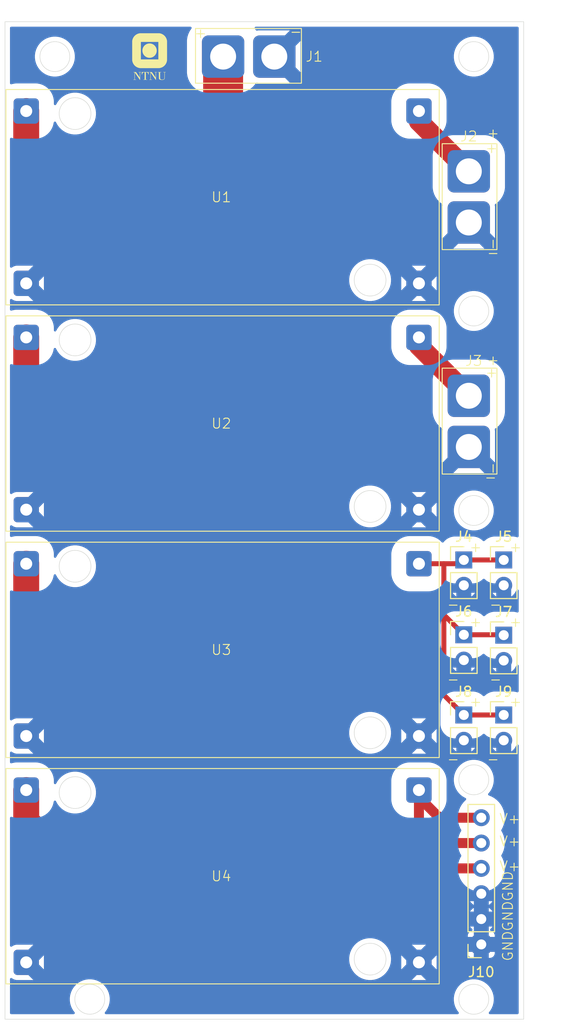
<source format=kicad_pcb>
(kicad_pcb (version 20241229) (generator "pcbnew") (generator_version "9.0")
  (layers (0 "F.Cu" signal) (2 "B.Cu" signal) (13 "F.Paste" user) (15 "B.Paste" user) (5 "F.SilkS" user "F.Silkscreen") (7 "B.SilkS" user "B.Silkscreen") (1 "F.Mask" user) (3 "B.Mask" user) (25 "Edge.Cuts" user))
  (net 0 "")
  (net 1 "Net-(J4-Pin_1)")
  (net 2 "Net-(J10-Pin_4)")
  (net 3 "Net-(J1-+V)")
  (net 4 "Net-(J2-+V)")
  (net 5 "Net-(J3-+V)")
  (net 6 "GND")
  (footprint "Connector_PinHeader_2.54mm:PinHeader_1x02_P2.54mm_Vertical" (layer "F.Cu") (at 150.5 96.96)
    (property "Reference" "J6" (at 0 -2.33 0) (layer "F.SilkS"))
    (property "Value" "Conn_01x02_Pin")
    (fp_line (start -1.33 -1.33) (end 0 -1.33) (stroke (width 0.12)) (layer "F.SilkS"))
    (fp_line (start -1.33 0) (end -1.33 -1.33) (stroke (width 0.12)) (layer "F.SilkS"))
    (fp_line (start -1.33 1.27) (end -1.33 3.87) (stroke (width 0.12)) (layer "F.SilkS"))
    (fp_line (start -1.33 1.27) (end 1.33 1.27) (stroke (width 0.12)) (layer "F.SilkS"))
    (fp_line (start -1.33 3.87) (end 1.33 3.87) (stroke (width 0.12)) (layer "F.SilkS"))
    (fp_line (start 1.33 1.27) (end 1.33 3.87) (stroke (width 0.12)) (layer "F.SilkS"))
    (pad "1" thru_hole rect (at 0 0) (size 1.7 1.7) (drill 1) (layers "*.Cu" "*.Mask") (net 1 "Net-(J4-Pin_1)"))
    (pad "2" thru_hole oval (at 0 2.54) (size 1.7 1.7) (drill 1) (layers "*.Cu" "*.Mask") (net 6 "GND"))
  )
  (footprint "Buck_Converter:Buck" (layer "F.Cu") (at 126.188 53.094)
    (property "Reference" "U1" (at 0 0 0) (layer "F.SilkS") (effects (font (thickness 0.1))))
    (property "Value" "~")
    (fp_rect (start -21.59 -10.795) (end 21.844 10.795) (stroke (width 0.1)) (fill no) (layer "F.SilkS"))
    (fp_circle (center -14.662221 -8.382) (end -16.228264 -8.678043) (stroke (width 0.05)) (fill no) (layer "Edge.Cuts"))
    (fp_circle (center 14.916359 8.312359) (end 13.392359 8.778316) (stroke (width 0.05)) (fill no) (layer "Edge.Cuts"))
    (pad "1" thru_hole roundrect (at -19.558 -8.636) (size 2.54 2.54) (drill 1.2) (layers "*.Cu" "*.Mask") (roundrect_rratio 0.15) (net 3 "Net-(J1-+V)"))
    (pad "2" thru_hole roundrect (at -19.558 8.636) (size 2.54 2.54) (drill 1.2) (layers "*.Cu" "*.Mask") (roundrect_rratio 0.15) (net 6 "GND"))
    (pad "3" thru_hole roundrect (at 19.812 -8.636) (size 2.54 2.54) (drill 1.2) (layers "*.Cu" "*.Mask") (roundrect_rratio 0.15) (net 4 "Net-(J2-+V)"))
    (pad "4" thru_hole roundrect (at 19.812 8.636) (size 2.54 2.54) (drill 1.2) (layers "*.Cu" "*.Mask") (roundrect_rratio 0.15) (net 6 "GND"))
  )
  (footprint "Connector_PinHeader_2.54mm:PinHeader_1x02_P2.54mm_Vertical" (layer "F.Cu") (at 154.5 89.46)
    (property "Reference" "J5" (at 0 -2.33 0) (layer "F.SilkS"))
    (property "Value" "Conn_01x02_Pin")
    (fp_line (start -1.33 -1.33) (end 0 -1.33) (stroke (width 0.12)) (layer "F.SilkS"))
    (fp_line (start -1.33 0) (end -1.33 -1.33) (stroke (width 0.12)) (layer "F.SilkS"))
    (fp_line (start -1.33 1.27) (end -1.33 3.87) (stroke (width 0.12)) (layer "F.SilkS"))
    (fp_line (start -1.33 1.27) (end 1.33 1.27) (stroke (width 0.12)) (layer "F.SilkS"))
    (fp_line (start -1.33 3.87) (end 1.33 3.87) (stroke (width 0.12)) (layer "F.SilkS"))
    (fp_line (start 1.33 1.27) (end 1.33 3.87) (stroke (width 0.12)) (layer "F.SilkS"))
    (pad "1" thru_hole rect (at 0 0) (size 1.7 1.7) (drill 1) (layers "*.Cu" "*.Mask") (net 1 "Net-(J4-Pin_1)"))
    (pad "2" thru_hole oval (at 0 2.54) (size 1.7 1.7) (drill 1) (layers "*.Cu" "*.Mask") (net 6 "GND"))
  )
  (footprint "Connector_PinHeader_2.54mm:PinHeader_1x02_P2.54mm_Vertical" (layer "F.Cu") (at 154.5 105)
    (property "Reference" "J9" (at 0 -2.33 0) (layer "F.SilkS"))
    (property "Value" "Conn_01x02_Pin")
    (fp_line (start -1.33 -1.33) (end 0 -1.33) (stroke (width 0.12)) (layer "F.SilkS"))
    (fp_line (start -1.33 0) (end -1.33 -1.33) (stroke (width 0.12)) (layer "F.SilkS"))
    (fp_line (start -1.33 1.27) (end -1.33 3.87) (stroke (width 0.12)) (layer "F.SilkS"))
    (fp_line (start -1.33 1.27) (end 1.33 1.27) (stroke (width 0.12)) (layer "F.SilkS"))
    (fp_line (start -1.33 3.87) (end 1.33 3.87) (stroke (width 0.12)) (layer "F.SilkS"))
    (fp_line (start 1.33 1.27) (end 1.33 3.87) (stroke (width 0.12)) (layer "F.SilkS"))
    (pad "1" thru_hole rect (at 0 0) (size 1.7 1.7) (drill 1) (layers "*.Cu" "*.Mask") (net 1 "Net-(J4-Pin_1)"))
    (pad "2" thru_hole oval (at 0 2.54) (size 1.7 1.7) (drill 1) (layers "*.Cu" "*.Mask") (net 6 "GND"))
  )
  (footprint "Buck_Converter:Buck" (layer "F.Cu") (at 126.188 75.784)
    (property "Reference" "U2" (at 0 0 0) (layer "F.SilkS") (effects (font (thickness 0.1))))
    (property "Value" "~")
    (fp_rect (start -21.59 -10.795) (end 21.844 10.795) (stroke (width 0.1)) (fill no) (layer "F.SilkS"))
    (fp_circle (center -14.662221 -8.382) (end -16.228264 -8.678043) (stroke (width 0.05)) (fill no) (layer "Edge.Cuts"))
    (fp_circle (center 14.916359 8.312359) (end 13.392359 8.778316) (stroke (width 0.05)) (fill no) (layer "Edge.Cuts"))
    (pad "1" thru_hole roundrect (at -19.558 -8.636) (size 2.54 2.54) (drill 1.2) (layers "*.Cu" "*.Mask") (roundrect_rratio 0.15) (net 3 "Net-(J1-+V)"))
    (pad "2" thru_hole roundrect (at -19.558 8.636) (size 2.54 2.54) (drill 1.2) (layers "*.Cu" "*.Mask") (roundrect_rratio 0.15) (net 6 "GND"))
    (pad "3" thru_hole roundrect (at 19.812 -8.636) (size 2.54 2.54) (drill 1.2) (layers "*.Cu" "*.Mask") (roundrect_rratio 0.15) (net 5 "Net-(J3-+V)"))
    (pad "4" thru_hole roundrect (at 19.812 8.636) (size 2.54 2.54) (drill 1.2) (layers "*.Cu" "*.Mask") (roundrect_rratio 0.15) (net 6 "GND"))
  )
  (footprint "Buck_Converter:XT30" (layer "F.Cu") (at 151 53.1416 -90)
    (property "Reference" "J2" (at -6.1416 0 0) (layer "F.SilkS") (effects (font (thickness 0.1))))
    (property "Value" "~")
    (fp_rect (start -5.4102 -2.8194) (end 5.207 2.667) (stroke (width 0.1)) (fill no) (layer "F.SilkS"))
    (fp_text user "+" (at -5.588 -1.778 270) (layer "F.SilkS") (effects (font (thickness 0.1)) (justify left bottom)))
    (fp_text user "-" (at 3.9624 -1.9304 270) (layer "F.SilkS") (effects (font (thickness 0.1)) (justify left bottom)))
    (pad "1" thru_hole roundrect (at -2.6416 0 270) (size 4.25 4.25) (drill 2.6) (layers "*.Cu" "*.Mask") (roundrect_rratio 0.15) (net 4 "Net-(J2-+V)"))
    (pad "2" thru_hole roundrect (at 2.4892 0 270) (size 4.25 4.25) (drill 2.6) (layers "*.Cu" "*.Mask") (roundrect_rratio 0.15) (net 6 "GND"))
  )
  (footprint "Buck_Converter:XT30" (layer "F.Cu") (at 129.0108 39)
    (property "Reference" "J1" (at 6.4892 0 0) (layer "F.SilkS") (effects (font (thickness 0.1))))
    (property "Value" "~")
    (fp_rect (start -5.4102 -2.8194) (end 5.207 2.667) (stroke (width 0.1)) (fill no) (layer "F.SilkS"))
    (fp_text user "+" (at -5.588 -1.778 0) (layer "F.SilkS") (effects (font (thickness 0.1)) (justify left bottom)))
    (fp_text user "-" (at 3.9624 -1.9304 0) (layer "F.SilkS") (effects (font (thickness 0.1)) (justify left bottom)))
    (pad "1" thru_hole roundrect (at -2.6416 0) (size 4.25 4.25) (drill 2.6) (layers "*.Cu" "*.Mask") (roundrect_rratio 0.15) (net 3 "Net-(J1-+V)"))
    (pad "2" thru_hole roundrect (at 2.4892 0) (size 4.25 4.25) (drill 2.6) (layers "*.Cu" "*.Mask") (roundrect_rratio 0.15) (net 6 "GND"))
  )
  (footprint "Buck_Converter:XT30" (layer "F.Cu") (at 151 75.6416 -90)
    (property "Reference" "J3" (at -6.1416 -0.5 0) (layer "F.SilkS") (effects (font (thickness 0.1))))
    (property "Value" "~")
    (fp_rect (start -5.4102 -2.8194) (end 5.207 2.667) (stroke (width 0.1)) (fill no) (layer "F.SilkS"))
    (fp_text user "-" (at 3.9624 -1.9304 270) (layer "F.SilkS") (effects (font (thickness 0.1)) (justify left bottom)))
    (fp_text user "+" (at -5.588 -1.778 270) (layer "F.SilkS") (effects (font (thickness 0.1)) (justify left bottom)))
    (pad "1" thru_hole roundrect (at -2.6416 0 270) (size 4.25 4.25) (drill 2.6) (layers "*.Cu" "*.Mask") (roundrect_rratio 0.15) (net 5 "Net-(J3-+V)"))
    (pad "2" thru_hole roundrect (at 2.4892 0 270) (size 4.25 4.25) (drill 2.6) (layers "*.Cu" "*.Mask") (roundrect_rratio 0.15) (net 6 "GND"))
  )
  (footprint "Connector_PinHeader_2.54mm:PinHeader_1x02_P2.54mm_Vertical" (layer "F.Cu") (at 150.5 105)
    (property "Reference" "J8" (at 0 -2.33 0) (layer "F.SilkS"))
    (property "Value" "Conn_01x02_Pin")
    (fp_line (start -1.33 -1.33) (end 0 -1.33) (stroke (width 0.12)) (layer "F.SilkS"))
    (fp_line (start -1.33 0) (end -1.33 -1.33) (stroke (width 0.12)) (layer "F.SilkS"))
    (fp_line (start -1.33 1.27) (end -1.33 3.87) (stroke (width 0.12)) (layer "F.SilkS"))
    (fp_line (start -1.33 1.27) (end 1.33 1.27) (stroke (width 0.12)) (layer "F.SilkS"))
    (fp_line (start -1.33 3.87) (end 1.33 3.87) (stroke (width 0.12)) (layer "F.SilkS"))
    (fp_line (start 1.33 1.27) (end 1.33 3.87) (stroke (width 0.12)) (layer "F.SilkS"))
    (pad "1" thru_hole rect (at 0 0) (size 1.7 1.7) (drill 1) (layers "*.Cu" "*.Mask") (net 1 "Net-(J4-Pin_1)"))
    (pad "2" thru_hole oval (at 0 2.54) (size 1.7 1.7) (drill 1) (layers "*.Cu" "*.Mask") (net 6 "GND"))
  )
  (footprint "Buck_Converter:Buck" (layer "F.Cu") (at 126.188 98.474)
    (property "Reference" "U3" (at 0 0 0) (layer "F.SilkS") (effects (font (thickness 0.1))))
    (property "Value" "~")
    (fp_rect (start -21.59 -10.795) (end 21.844 10.795) (stroke (width 0.1)) (fill no) (layer "F.SilkS"))
    (fp_circle (center -14.662221 -8.382) (end -16.228264 -8.678043) (stroke (width 0.05)) (fill no) (layer "Edge.Cuts"))
    (fp_circle (center 14.916359 8.312359) (end 13.392359 8.778316) (stroke (width 0.05)) (fill no) (layer "Edge.Cuts"))
    (pad "1" thru_hole roundrect (at -19.558 -8.636) (size 2.54 2.54) (drill 1.2) (layers "*.Cu" "*.Mask") (roundrect_rratio 0.15) (net 3 "Net-(J1-+V)"))
    (pad "2" thru_hole roundrect (at -19.558 8.636) (size 2.54 2.54) (drill 1.2) (layers "*.Cu" "*.Mask") (roundrect_rratio 0.15) (net 6 "GND"))
    (pad "3" thru_hole roundrect (at 19.812 -8.636) (size 2.54 2.54) (drill 1.2) (layers "*.Cu" "*.Mask") (roundrect_rratio 0.15) (net 1 "Net-(J4-Pin_1)"))
    (pad "4" thru_hole roundrect (at 19.812 8.636) (size 2.54 2.54) (drill 1.2) (layers "*.Cu" "*.Mask") (roundrect_rratio 0.15) (net 6 "GND"))
  )
  (footprint "Buck_Converter:Buck" (layer "F.Cu") (at 126.188 121.164)
    (property "Reference" "U4" (at 0 0 0) (layer "F.SilkS") (effects (font (thickness 0.1))))
    (property "Value" "~")
    (fp_rect (start -21.59 -10.795) (end 21.844 10.795) (stroke (width 0.1)) (fill no) (layer "F.SilkS"))
    (fp_circle (center -14.662221 -8.382) (end -16.228264 -8.678043) (stroke (width 0.05)) (fill no) (layer "Edge.Cuts"))
    (fp_circle (center 14.916359 8.312359) (end 13.392359 8.778316) (stroke (width 0.05)) (fill no) (layer "Edge.Cuts"))
    (pad "1" thru_hole roundrect (at -19.558 -8.636) (size 2.54 2.54) (drill 1.2) (layers "*.Cu" "*.Mask") (roundrect_rratio 0.15) (net 3 "Net-(J1-+V)"))
    (pad "2" thru_hole roundrect (at -19.558 8.636) (size 2.54 2.54) (drill 1.2) (layers "*.Cu" "*.Mask") (roundrect_rratio 0.15) (net 6 "GND"))
    (pad "3" thru_hole roundrect (at 19.812 -8.636) (size 2.54 2.54) (drill 1.2) (layers "*.Cu" "*.Mask") (roundrect_rratio 0.15) (net 2 "Net-(J10-Pin_4)"))
    (pad "4" thru_hole roundrect (at 19.812 8.636) (size 2.54 2.54) (drill 1.2) (layers "*.Cu" "*.Mask") (roundrect_rratio 0.15) (net 6 "GND"))
  )
  (footprint "LOGO" (layer "F.Cu") (at 119 39)
    (property "Reference" "G***" (hide yes))
    (property "Value" "LOGO" (hide yes))
    (fp_poly (pts (xy -0.092858 1.674999) (xy -0.092858 1.801785) (xy -0.110553 1.801785) (xy -0.128248 1.801785) (xy -0.13017 1.788392) (xy -0.138428 1.743982) (xy -0.149666 1.704516) (xy -0.163691 1.670484) (xy -0.180311 1.642376) (xy -0.194071 1.625779) (xy -0.209865 1.611553) (xy -0.226856 1.600697) (xy -0.246192 1.592858) (xy -0.269021 1.587685) (xy -0.296492 1.584826) (xy -0.329751 1.583928) (xy -0.330533 1.583928) (xy -0.378572 1.583928) (xy -0.378572 1.942857) (xy -0.378572 2.301785) (xy -0.317858 2.301785) (xy -0.257143 2.301785) (xy -0.257143 2.316071) (xy -0.257143 2.330357) (xy -0.441072 2.330357) (xy -0.625 2.330357) (xy -0.625 2.316071) (xy -0.625 2.301785) (xy -0.564286 2.301785) (xy -0.503572 2.301785) (xy -0.503572 1.942496) (xy -0.503572 1.583208) (xy -0.563476 1.584461) (xy -0.585518 1.584959) (xy -0.601832 1.585539) (xy -0.613835 1.586421) (xy -0.622941 1.587824) (xy -0.630565 1.589968) (xy -0.638122 1.593073) (xy -0.647026 1.597358) (xy -0.647251 1.597469) (xy -0.672683 1.613896) (xy -0.695247 1.636466) (xy -0.714654 1.66466) (xy -0.730614 1.697961) (xy -0.742837 1.735848) (xy -0.751033 1.777805) (xy -0.751947 1.784821) (xy -0.75401 1.801785) (xy -0.771648 1.801785) (xy -0.789286 1.801785) (xy -0.789286 1.674999) (xy -0.789286 1.548214) (xy -0.441072 1.548214) (xy -0.092858 1.548214)) (fill yes) (layer "F.SilkS"))
    (fp_poly (pts (xy 0.047966 -1.317627) (xy 0.115876 -1.309303) (xy 0.183114 -1.294381) (xy 0.249202 -1.272779) (xy 0.308928 -1.246762) (xy 0.358804 -1.220245) (xy 0.403771 -1.191806) (xy 0.445725 -1.16006) (xy 0.486563 -1.123625) (xy 0.51078 -1.099495) (xy 0.555577 -1.049324) (xy 0.594032 -0.997553) (xy 0.626887 -0.942972) (xy 0.654883 -0.884373) (xy 0.674864 -0.832102) (xy 0.694325 -0.764884) (xy 0.706949 -0.696486) (xy 0.712828 -0.627449) (xy 0.712056 -0.558318) (xy 0.704728 -0.489636) (xy 0.690937 -0.421944) (xy 0.670776 -0.355786) (xy 0.64434 -0.291706) (xy 0.611722 -0.230245) (xy 0.573015 -0.171948) (xy 0.557361 -0.151528) (xy 0.54089 -0.132115) (xy 0.520667 -0.110243) (xy 0.498411 -0.087621) (xy 0.475842 -0.065962) (xy 0.45468 -0.046977) (xy 0.441071 -0.035762) (xy 0.382231 0.005838) (xy 0.320241 0.041184) (xy 0.255549 0.070148) (xy 0.188602 0.092598) (xy 0.119849 0.108408) (xy 0.049738 0.117446) (xy -0.021283 0.119584) (xy -0.083672 0.115708) (xy -0.152117 0.104949) (xy -0.219242 0.087409) (xy -0.284456 0.063414) (xy -0.347166 0.033291) (xy -0.40678 -0.002636) (xy -0.462705 -0.044041) (xy -0.514351 -0.090598) (xy -0.561124 -0.141982) (xy -0.568094 -0.150603) (xy -0.609428 -0.208109) (xy -0.644408 -0.268344) (xy -0.673058 -0.330846) (xy -0.695404 -0.395154) (xy -0.711473 -0.460806) (xy -0.72129 -0.527341) (xy -0.724882 -0.594298) (xy -0.722274 -0.661215) (xy -0.713492 -0.727632) (xy -0.698563 -0.793085) (xy -0.677512 -0.857115) (xy -0.650365 -0.919259) (xy -0.617148 -0.979057) (xy -0.577887 -1.036046) (xy -0.532608 -1.089766) (xy -0.514207 -1.10885) (xy -0.461862 -1.156298) (xy -0.405868 -1.197872) (xy -0.346703 -1.23349) (xy -0.284849 -1.263072) (xy -0.220785 -1.286537) (xy -0.154991 -1.303806) (xy -0.087948 -1.314797) (xy -0.020136 -1.319431)) (fill yes) (layer "F.SilkS"))
    (fp_poly (pts (xy -0.853572 1.562499) (xy -0.853572 1.576785) (xy -0.901786 1.576785) (xy -0.95 1.576785) (xy -0.95 1.958546) (xy -0.949994 2.019507) (xy -0.949986 2.073719) (xy -0.949994 2.121577) (xy -0.950036 2.163474) (xy -0.950129 2.199803) (xy -0.950291 2.23096) (xy -0.95054 2.257339) (xy -0.950893 2.279332) (xy -0.951368 2.297335) (xy -0.951982 2.311741) (xy -0.952753 2.322944) (xy -0.953699 2.331339) (xy -0.954838 2.337318) (xy -0.956186 2.341277) (xy -0.957762 2.343609) (xy -0.959583 2.344709) (xy -0.961666 2.34497) (xy -0.96403 2.344786) (xy -0.966692 2.344551) (xy -0.967257 2.344533) (xy -0.970239 2.341569) (xy -0.977143 2.332779) (xy -0.9879 2.318261) (xy -1.002443 2.298114) (xy -1.020701 2.272434) (xy -1.042606 2.24132) (xy -1.06809 2.20487) (xy -1.097083 2.163181) (xy -1.129516 2.116352) (xy -1.165322 2.064481) (xy -1.20443 2.007665) (xy -1.226786 1.975126) (xy -1.480358 1.605829) (xy -1.481427 1.927914) (xy -1.481561 1.975905) (xy -1.48164 2.022306) (xy -1.481666 2.066557) (xy -1.481641 2.108101) (xy -1.481567 2.146377) (xy -1.481447 2.180827) (xy -1.481281 2.210893) (xy -1.481073 2.236015) (xy -1.480823 2.255635) (xy -1.480534 2.269193) (xy -1.48023 2.275892) (xy -1.477963 2.301785) (xy -1.419339 2.301785) (xy -1.360715 2.301785) (xy -1.360715 2.316071) (xy -1.360715 2.330357) (xy -1.491072 2.330357) (xy -1.621429 2.330357) (xy -1.621429 2.316071) (xy -1.621429 2.301785) (xy -1.569643 2.301785) (xy -1.517858 2.301785) (xy -1.517858 1.939285) (xy -1.517858 1.576785) (xy -1.569643 1.576785) (xy -1.621429 1.576785) (xy -1.621429 1.562499) (xy -1.621429 1.548214) (xy -1.49375 1.548366) (xy -1.366072 1.548519) (xy -1.1787 1.821581) (xy -1.151548 1.861135) (xy -1.125554 1.89897) (xy -1.101002 1.934677) (xy -1.078175 1.967846) (xy -1.057354 1.998066) (xy -1.038823 2.024929) (xy -1.022865 2.048024) (xy -1.009761 2.066943) (xy -0.999795 2.081275) (xy -0.993248 2.090611) (xy -0.990405 2.09454) (xy -0.990307 2.094642) (xy -0.99014 2.091164) (xy -0.989982 2.081105) (xy -0.989835 2.065026) (xy -0.9897 2.043489) (xy -0.98958 2.017056) (xy -0.989478 1.986287) (xy -0.989395 1.951744) (xy -0.989334 1.91399) (xy -0.989297 1.873585) (xy -0.989286 1.835714) (xy -0.989286 1.576785) (xy -1.046429 1.576785) (xy -1.103572 1.576785) (xy -1.103572 1.562499) (xy -1.103572 1.548214) (xy -0.978572 1.548214) (xy -0.853572 1.548214)) (fill yes) (layer "F.SilkS"))
    (fp_poly (pts (xy 0.735714 1.562499) (xy 0.735714 1.576785) (xy 0.6875 1.576785) (xy 0.639285 1.576785) (xy 0.639285 1.958546) (xy 0.639292 2.019511) (xy 0.6393 2.073728) (xy 0.639292 2.12159) (xy 0.63925 2.16349) (xy 0.639156 2.199823) (xy 0.638994 2.230983) (xy 0.638745 2.257364) (xy 0.638392 2.279359) (xy 0.637917 2.297363) (xy 0.637302 2.311769) (xy 0.63653 2.322971) (xy 0.635584 2.331364) (xy 0.634445 2.33734) (xy 0.633097 2.341295) (xy 0.631521 2.343621) (xy 0.6297 2.344714) (xy 0.627616 2.344966) (xy 0.625251 2.344771) (xy 0.622589 2.344524) (xy 0.622029 2.344504) (xy 0.619055 2.341536) (xy 0.612165 2.332751) (xy 0.601434 2.318254) (xy 0.586937 2.298153) (xy 0.568748 2.272552) (xy 0.546942 2.241559) (xy 0.521594 2.205281) (xy 0.492777 2.163822) (xy 0.460568 2.117291) (xy 0.425041 2.065793) (xy 0.386269 2.009434) (xy 0.3625 1.974815) (xy 0.108928 1.605265) (xy 0.10783 1.899061) (xy 0.107687 1.94579) (xy 0.107607 1.99158) (xy 0.10759 2.035764) (xy 0.107631 2.077677) (xy 0.107728 2.116652) (xy 0.10788 2.152026) (xy 0.108084 2.183131) (xy 0.108336 2.209303) (xy 0.108636 2.229875) (xy 0.10898 2.244183) (xy 0.109098 2.247321) (xy 0.111466 2.301785) (xy 0.170018 2.301785) (xy 0.228571 2.301785) (xy 0.228571 2.316071) (xy 0.228571 2.330357) (xy 0.098214 2.330357) (xy -0.032143 2.330357) (xy -0.032143 2.316071) (xy -0.032143 2.301785) (xy 0.019642 2.301785) (xy 0.071428 2.301785) (xy 0.071428 1.939285) (xy 0.071428 1.576785) (xy 0.019642 1.576785) (xy -0.032143 1.576785) (xy -0.032143 1.562499) (xy -0.032143 1.548214) (xy 0.095535 1.548329) (xy 0.223214 1.548445) (xy 0.407142 1.816554) (xy 0.434134 1.855894) (xy 0.460027 1.893624) (xy 0.484529 1.929317) (xy 0.507348 1.962547) (xy 0.52819 1.992891) (xy 0.546764 2.019921) (xy 0.562778 2.043213) (xy 0.575938 2.06234) (xy 0.585953 2.076878) (xy 0.59253 2.086401) (xy 0.595377 2.090484) (xy 0.595422 2.090545) (xy 0.596277 2.090345) (xy 0.597022 2.087017) (xy 0.597663 2.08017) (xy 0.598207 2.069413) (xy 0.598661 2.054357) (xy 0.599031 2.034611) (xy 0.599326 2.009785) (xy 0.599551 1.979489) (xy 0.599713 1.943332) (xy 0.59982 1.900925) (xy 0.599877 1.851876) (xy 0.599886 1.836607) (xy 0.6 1.576785) (xy 0.542857 1.576785) (xy 0.485714 1.576785) (xy 0.485714 1.562499) (xy 0.485714 1.548214) (xy 0.610714 1.548214) (xy 0.735714 1.548214)) (fill yes) (layer "F.SilkS"))
    (fp_poly (pts (xy 1.164285 1.562499) (xy 1.164285 1.576785) (xy 1.108928 1.576785) (xy 1.053571 1.576785) (xy 1.053633 1.866964) (xy 1.053653 1.921689) (xy 1.053705 1.969767) (xy 1.053813 2.011692) (xy 1.054001 2.047958) (xy 1.054294 2.079061) (xy 1.054714 2.105496) (xy 1.055287 2.127757) (xy 1.056037 2.146339) (xy 1.056988 2.161738) (xy 1.058163 2.174447) (xy 1.059588 2.184962) (xy 1.061285 2.193778) (xy 1.06328 2.20139) (xy 1.065597 2.208292) (xy 1.068259 2.21498) (xy 1.070906 2.221079) (xy 1.08513 2.244489) (xy 1.105415 2.264262) (xy 1.131606 2.280282) (xy 1.163551 2.292435) (xy 1.167857 2.293654) (xy 1.182506 2.296402) (xy 1.202648 2.298433) (xy 1.226669 2.299747) (xy 1.252957 2.300344) (xy 1.279897 2.300225) (xy 1.305876 2.299389) (xy 1.32928 2.297837) (xy 1.348496 2.295568) (xy 1.358256 2.293639) (xy 1.391963 2.282681) (xy 1.419586 2.268282) (xy 1.441395 2.250259) (xy 1.457659 2.228433) (xy 1.458801 2.226385) (xy 1.462441 2.219701) (xy 1.465637 2.213555) (xy 1.468419 2.207457) (xy 1.470818 2.200915) (xy 1.472865 2.19344) (xy 1.474591 2.184542) (xy 1.476028 2.17373) (xy 1.477207 2.160515) (xy 1.478157 2.144405) (xy 1.478911 2.12491) (xy 1.4795 2.10154) (xy 1.479954 2.073806) (xy 1.480304 2.041216) (xy 1.480582 2.003281) (xy 1.480819 1.959509) (xy 1.481045 1.909412) (xy 1.481205 1.872321) (xy 1.482486 1.576785) (xy 1.425171 1.576785) (xy 1.367857 1.576785) (xy 1.367857 1.562499) (xy 1.367857 1.548214) (xy 1.492857 1.548214) (xy 1.617857 1.548214) (xy 1.617857 1.562499) (xy 1.617857 1.576785) (xy 1.570205 1.576785) (xy 1.522552 1.576785) (xy 1.520215 1.638392) (xy 1.519794 1.653186) (xy 1.519397 1.67428) (xy 1.519031 1.700834) (xy 1.518702 1.732005) (xy 1.518418 1.766952) (xy 1.518186 1.804832) (xy 1.518012 1.844805) (xy 1.517904 1.886027) (xy 1.517868 1.925424) (xy 1.517839 1.975667) (xy 1.517732 2.019335) (xy 1.517507 2.056997) (xy 1.517122 2.089222) (xy 1.516537 2.116577) (xy 1.515712 2.139631) (xy 1.514606 2.158952) (xy 1.51318 2.175109) (xy 1.511392 2.188669) (xy 1.509202 2.200202) (xy 1.50657 2.210276) (xy 1.503455 2.219458) (xy 1.499817 2.228318) (xy 1.49569 2.237269) (xy 1.479668 2.263384) (xy 1.4583 2.285574) (xy 1.431399 2.303943) (xy 1.398779 2.318595) (xy 1.360252 2.329635) (xy 1.316071 2.337112) (xy 1.295164 2.338931) (xy 1.269137 2.340063) (xy 1.239982 2.34052) (xy 1.209686 2.340316) (xy 1.180239 2.339464) (xy 1.15363 2.337977) (xy 1.132142 2.335905) (xy 1.088031 2.328645) (xy 1.05026 2.318791) (xy 1.018398 2.306032) (xy 0.992016 2.290052) (xy 0.970684 2.27054) (xy 0.953973 2.247182) (xy 0.941453 2.219664) (xy 0.93341 2.191071) (xy 0.932342 2.185427) (xy 0.931399 2.178619) (xy 0.93057 2.17016) (xy 0.929845 2.159565) (xy 0.929212 2.146349) (xy 0.92866 2.130025) (xy 0.928177 2.110108) (xy 0.927753 2.086113) (xy 0.927376 2.057554) (xy 0.927035 2.023945) (xy 0.926719 1.984801) (xy 0.926417 1.939635) (xy 0.926117 1.887963) (xy 0.926023 1.870535) (xy 0.924456 1.576785) (xy 0.876513 1.576785) (xy 0.828571 1.576785) (xy 0.828571 1.562499) (xy 0.828571 1.548214) (xy 0.996428 1.548214) (xy 1.164285 1.548214)) (fill yes) (layer "F.SilkS"))
    (fp_poly (pts (xy 1.019642 -2.33485) (xy 1.074447 -2.32339) (xy 1.124426 -2.310182) (xy 1.171824 -2.294483) (xy 1.218885 -2.275553) (xy 1.266071 -2.253535) (xy 1.335249 -2.215478) (xy 1.399894 -2.171907) (xy 1.460045 -2.12279) (xy 1.515739 -2.068094) (xy 1.567016 -2.007789) (xy 1.578329 -1.992934) (xy 1.622235 -1.92812) (xy 1.660053 -1.85958) (xy 1.691771 -1.787337) (xy 1.717379 -1.711417) (xy 1.736866 -1.631845) (xy 1.740251 -1.614286) (xy 1.74813 -1.571429) (xy 1.749258 -0.617858) (xy 1.749376 -0.508511) (xy 1.749463 -0.406185) (xy 1.74952 -0.310758) (xy 1.749545 -0.222109) (xy 1.749539 -0.140115) (xy 1.7495 -0.064656) (xy 1.749429 0.004391) (xy 1.749326 0.067148) (xy 1.749189 0.123736) (xy 1.749019 0.174277) (xy 1.748815 0.218893) (xy 1.748577 0.257705) (xy 1.748305 0.290836) (xy 1.747998 0.318406) (xy 1.747656 0.340539) (xy 1.747278 0.357355) (xy 1.746865 0.368976) (xy 1.746471 0.374999) (xy 1.7357 0.447979) (xy 1.718096 0.520753) (xy 1.693952 0.592608) (xy 1.66356 0.662836) (xy 1.627213 0.730726) (xy 1.585203 0.795567) (xy 1.558841 0.830883) (xy 1.542269 0.850563) (xy 1.521397 0.873156) (xy 1.49764 0.897296) (xy 1.472417 0.921614) (xy 1.447143 0.944741) (xy 1.423234 0.96531) (xy 1.403571 0.980865) (xy 1.342948 1.022735) (xy 1.280964 1.058629) (xy 1.21674 1.088912) (xy 1.149395 1.11395) (xy 1.078051 1.13411) (xy 1.001826 1.149757) (xy 0.994642 1.150966) (xy 0.990504 1.151579) (xy 0.985598 1.152148) (xy 0.979662 1.152677) (xy 0.972434 1.153166) (xy 0.963655 1.153617) (xy 0.953063 1.154032) (xy 0.940395 1.154413) (xy 0.925393 1.15476) (xy 0.907793 1.155077) (xy 0.887335 1.155364) (xy 0.863758 1.155624) (xy 0.8368 1.155858) (xy 0.806201 1.156068) (xy 0.771698 1.156255) (xy 0.733032 1.156421) (xy 0.68994 1.156568) (xy 0.642162 1.156698) (xy 0.589436 1.156813) (xy 0.531501 1.156913) (xy 0.468095 1.157001) (xy 0.398959 1.157078) (xy 0.32383 1.157147) (xy 0.242448 1.157208) (xy 0.15455 1.157264) (xy 0.059876 1.157317) (xy 0.019642 1.157337) (xy -0.061955 1.157373) (xy -0.141768 1.1574) (xy -0.219496 1.157416) (xy -0.294837 1.157424) (xy -0.367492 1.157423) (xy -0.437158 1.157413) (xy -0.503536 1.157394) (xy -0.566324 1.157367) (xy -0.625222 1.157332) (xy -0.679928 1.15729) (xy -0.730142 1.157239) (xy -0.775564 1.157181) (xy -0.815891 1.157116) (xy -0.850824 1.157044) (xy -0.880061 1.156966) (xy -0.903302 1.156881) (xy -0.920246 1.156789) (xy -0.930591 1.156692) (xy -0.933929 1.156609) (xy -1.010055 1.147533) (xy -1.082118 1.133273) (xy -1.151242 1.113558) (xy -1.21855 1.088114) (xy -1.221235 1.086966) (xy -1.291838 1.052862) (xy -1.358446 1.012996) (xy -1.420805 0.967693) (xy -1.478659 0.917276) (xy -1.531751 0.862071) (xy -1.579828 0.802402) (xy -1.622633 0.738592) (xy -1.65991 0.670967) (xy -1.691405 0.59985) (xy -1.716862 0.525567) (xy -1.736025 0.448441) (xy -1.739835 0.428571) (xy -1.748215 0.382142) (xy -1.748215 -0.592858) (xy -1.748215 -0.594643) (xy -0.875 -0.594643) (xy -0.875 0.280357) (xy 0 0.280357) (xy 0.875 0.280357) (xy 0.875 -0.594643) (xy 0.875 -1.469643) (xy 0 -1.469643) (xy -0.875 -1.469643) (xy -0.875 -0.594643) (xy -1.748215 -0.594643) (xy -1.748215 -1.567858) (xy -1.740298 -1.612501) (xy -1.722744 -1.691943) (xy -1.698892 -1.768182) (xy -1.668878 -1.841008) (xy -1.632836 -1.910213) (xy -1.590901 -1.975589) (xy -1.543208 -2.036927) (xy -1.489893 -2.094018) (xy -1.43109 -2.146654) (xy -1.366934 -2.194627) (xy -1.360715 -2.198834) (xy -1.296724 -2.237876) (xy -1.229812 -2.271022) (xy -1.159423 -2.298494) (xy -1.084997 -2.320515) (xy -1.019643 -2.334833) (xy -0.976786 -2.342858) (xy 0 -2.342858) (xy 0.976785 -2.342858)) (fill yes) (layer "F.SilkS"))
  )
  (footprint "Connector_PinSocket_2.54mm:PinSocket_1x06_P2.54mm_Vertical" (layer "F.Cu") (at 152.25 128 180)
    (property "Reference" "J10" (at 0 -2.77 0) (layer "F.SilkS"))
    (property "Value" "Conn_01x06_Pin")
    (fp_line (start 1.33 1.27) (end 1.33 14.03) (stroke (width 0.12)) (layer "F.SilkS"))
    (fp_line (start 1.33 -1.33) (end 1.33 0) (stroke (width 0.12)) (layer "F.SilkS"))
    (fp_line (start 0 -1.33) (end 1.33 -1.33) (stroke (width 0.12)) (layer "F.SilkS"))
    (fp_line (start -1.33 14.03) (end 1.33 14.03) (stroke (width 0.12)) (layer "F.SilkS"))
    (fp_line (start -1.33 1.27) (end 1.33 1.27) (stroke (width 0.12)) (layer "F.SilkS"))
    (fp_line (start -1.33 1.27) (end -1.33 14.03) (stroke (width 0.12)) (layer "F.SilkS"))
    (pad "1" thru_hole rect (at 0 0 180) (size 1.7 1.7) (drill 1) (layers "*.Cu" "*.Mask") (net 6 "GND"))
    (pad "2" thru_hole oval (at 0 2.54 180) (size 1.7 1.7) (drill 1) (layers "*.Cu" "*.Mask") (net 6 "GND"))
    (pad "3" thru_hole oval (at 0 5.08 180) (size 1.7 1.7) (drill 1) (layers "*.Cu" "*.Mask") (net 6 "GND"))
    (pad "4" thru_hole oval (at 0 7.62 180) (size 1.7 1.7) (drill 1) (layers "*.Cu" "*.Mask") (net 2 "Net-(J10-Pin_4)"))
    (pad "5" thru_hole oval (at 0 10.16 180) (size 1.7 1.7) (drill 1) (layers "*.Cu" "*.Mask") (net 2 "Net-(J10-Pin_4)"))
    (pad "6" thru_hole oval (at 0 12.7 180) (size 1.7 1.7) (drill 1) (layers "*.Cu" "*.Mask") (net 2 "Net-(J10-Pin_4)"))
  )
  (footprint "Connector_PinHeader_2.54mm:PinHeader_1x02_P2.54mm_Vertical" (layer "F.Cu") (at 154.5 97)
    (property "Reference" "J7" (at 0 -2.33 0) (layer "F.SilkS"))
    (property "Value" "Conn_01x02_Pin")
    (fp_line (start -1.33 -1.33) (end 0 -1.33) (stroke (width 0.12)) (layer "F.SilkS"))
    (fp_line (start -1.33 0) (end -1.33 -1.33) (stroke (width 0.12)) (layer "F.SilkS"))
    (fp_line (start -1.33 1.27) (end -1.33 3.87) (stroke (width 0.12)) (layer "F.SilkS"))
    (fp_line (start -1.33 1.27) (end 1.33 1.27) (stroke (width 0.12)) (layer "F.SilkS"))
    (fp_line (start -1.33 3.87) (end 1.33 3.87) (stroke (width 0.12)) (layer "F.SilkS"))
    (fp_line (start 1.33 1.27) (end 1.33 3.87) (stroke (width 0.12)) (layer "F.SilkS"))
    (pad "1" thru_hole rect (at 0 0) (size 1.7 1.7) (drill 1) (layers "*.Cu" "*.Mask") (net 1 "Net-(J4-Pin_1)"))
    (pad "2" thru_hole oval (at 0 2.54) (size 1.7 1.7) (drill 1) (layers "*.Cu" "*.Mask") (net 6 "GND"))
  )
  (footprint "Connector_PinHeader_2.54mm:PinHeader_1x02_P2.54mm_Vertical" (layer "F.Cu") (at 150.5 89.46)
    (property "Reference" "J4" (at 0 -2.33 0) (layer "F.SilkS"))
    (property "Value" "Conn_01x02_Pin")
    (fp_line (start -1.33 -1.33) (end 0 -1.33) (stroke (width 0.12)) (layer "F.SilkS"))
    (fp_line (start -1.33 0) (end -1.33 -1.33) (stroke (width 0.12)) (layer "F.SilkS"))
    (fp_line (start -1.33 1.27) (end -1.33 3.87) (stroke (width 0.12)) (layer "F.SilkS"))
    (fp_line (start -1.33 1.27) (end 1.33 1.27) (stroke (width 0.12)) (layer "F.SilkS"))
    (fp_line (start -1.33 3.87) (end 1.33 3.87) (stroke (width 0.12)) (layer "F.SilkS"))
    (fp_line (start 1.33 1.27) (end 1.33 3.87) (stroke (width 0.12)) (layer "F.SilkS"))
    (pad "1" thru_hole rect (at 0 0) (size 1.7 1.7) (drill 1) (layers "*.Cu" "*.Mask") (net 1 "Net-(J4-Pin_1)"))
    (pad "2" thru_hole oval (at 0 2.54) (size 1.7 1.7) (drill 1) (layers "*.Cu" "*.Mask") (net 6 "GND"))
  )
  (gr_circle (center 151.5 84.5) (end 153 84.5) (stroke (width 0.05)) (fill no) (layer "Edge.Cuts"))
  (gr_circle (center 109.5 39) (end 111 39) (stroke (width 0.05)) (fill no) (layer "Edge.Cuts"))
  (gr_rect (start 104.5 35.5) (end 156.5 135.5) (stroke (width 0.05)) (fill no) (layer "Edge.Cuts"))
  (gr_circle (center 151.5 39) (end 153 39) (stroke (width 0.05)) (fill no) (layer "Edge.Cuts"))
  (gr_circle (center 151.5 64.5) (end 153 64.5) (stroke (width 0.05)) (fill no) (layer "Edge.Cuts"))
  (gr_circle (center 151.5 111.5) (end 153 111.5) (stroke (width 0.05)) (fill no) (layer "Edge.Cuts"))
  (gr_circle (center 113 133.5) (end 114.5 133.5) (stroke (width 0.05)) (fill no) (layer "Edge.Cuts"))
  (gr_circle (center 151.5 133.5) (end 153 133.5) (stroke (width 0.05)) (fill no) (layer "Edge.Cuts"))
  (gr_text "V+" (at 154 116 0) (layer "F.SilkS") (effects (font (size 1 1) (thickness 0.1)) (justify left bottom)))
  (gr_text "+" (at 152.75 70 0) (layer "F.SilkS") (effects (font (size 1 1) (thickness 0.1)) (justify left bottom)))
  (gr_text "-" (at 148.75 102 0) (layer "F.SilkS") (effects (font (size 1 1) (thickness 0.1)) (justify left bottom)))
  (gr_text "V+" (at 154 118.25 0) (layer "F.SilkS") (effects (font (size 1 1) (thickness 0.1)) (justify left bottom)))
  (gr_text "-" (at 153 94.5 0) (layer "F.SilkS") (effects (font (size 1 1) (thickness 0.1)) (justify left bottom)))
  (gr_text "+" (at 155 104.25 0) (layer "F.SilkS") (effects (font (size 1 1) (thickness 0.1)) (justify left bottom)))
  (gr_text "+" (at 152.75 47.25 0) (layer "F.SilkS") (effects (font (size 1 1) (thickness 0.1)) (justify left bottom)))
  (gr_text "-" (at 153 102 0) (layer "F.SilkS") (effects (font (size 1 1) (thickness 0.1)) (justify left bottom)))
  (gr_text "+" (at 155 96.25 0) (layer "F.SilkS") (effects (font (size 1 1) (thickness 0.1)) (justify left bottom)))
  (gr_text "-" (at 152.75 59.25 0) (layer "F.SilkS") (effects (font (size 1 1) (thickness 0.1)) (justify left bottom)))
  (gr_text "+" (at 151 104.25 0) (layer "F.SilkS") (effects (font (size 1 1) (thickness 0.1)) (justify left bottom)))
  (gr_text "+" (at 151 88.75 0) (layer "F.SilkS") (effects (font (size 1 1) (thickness 0.1)) (justify left bottom)))
  (gr_text "GND" (at 155.5 126.75 90) (layer "F.SilkS") (effects (font (size 1 1) (thickness 0.1)) (justify left bottom)))
  (gr_text "-" (at 148.75 94.5 0) (layer "F.SilkS") (effects (font (size 1 1) (thickness 0.1)) (justify left bottom)))
  (gr_text "+" (at 151 96.25 0) (layer "F.SilkS") (effects (font (size 1 1) (thickness 0.1)) (justify left bottom)))
  (gr_text "+" (at 155 88.75 0) (layer "F.SilkS") (effects (font (size 1 1) (thickness 0.1)) (justify left bottom)))
  (gr_text "GND" (at 155.5 123.75 90) (layer "F.SilkS") (effects (font (size 1 1) (thickness 0.1)) (justify left bottom)))
  (gr_text "V+" (at 154 120.75 0) (layer "F.SilkS") (effects (font (size 1 1) (thickness 0.1)) (justify left bottom)))
  (gr_text "-" (at 152.75 110 0) (layer "F.SilkS") (effects (font (size 1 1) (thickness 0.1)) (justify left bottom)))
  (gr_text "-" (at 148.75 110 0) (layer "F.SilkS") (effects (font (size 1 1) (thickness 0.1)) (justify left bottom)))
  (gr_text "GND" (at 155.5 129.75 90) (layer "F.SilkS") (effects (font (size 1 1) (thickness 0.1)) (justify left bottom)))
  (gr_text "-" (at 152.5 81.75 0) (layer "F.SilkS") (effects (font (size 1 1) (thickness 0.1)) (justify left bottom)))
  (segment (start 150.5 105) (end 154.5 105) (width 0.5) (layer "F.Cu") (net 1))
  (segment (start 150.5 96.96) (end 154.46 96.96) (width 0.5) (layer "F.Cu") (net 1))
  (segment (start 150.122 89.838) (end 150.5 89.46) (width 0.5) (layer "F.Cu") (net 1))
  (segment (start 148.5 89.838) (end 150.122 89.838) (width 0.5) (layer "F.Cu") (net 1))
  (segment (start 146 89.838) (end 148.5 89.838) (width 0.5) (layer "F.Cu") (net 1))
  (segment (start 150.5 89.46) (end 154.5 89.46) (width 0.5) (layer "F.Cu") (net 1))
  (segment (start 148.5 103) (end 150.5 105) (width 0.5) (layer "F.Cu") (net 1))
  (segment (start 148.5 94.96) (end 150.5 96.96) (width 0.5) (layer "F.Cu") (net 1))
  (segment (start 148.5 94.96) (end 148.5 103) (width 0.5) (layer "F.Cu") (net 1))
  (segment (start 148.5 89.838) (end 148.5 94.96) (width 0.5) (layer "F.Cu") (net 1))
  (segment (start 154.46 96.96) (end 154.5 97) (width 0.5) (layer "F.Cu") (net 1))
  (segment (start 152.25 117.84) (end 147.84 117.84) (width 1) (layer "F.Cu") (net 2))
  (segment (start 148.05 115.3) (end 146 113.25) (width 1) (layer "F.Cu") (net 2))
  (segment (start 146 116) (end 146 119) (width 1) (layer "F.Cu") (net 2))
  (segment (start 152.25 115.3) (end 148.05 115.3) (width 1) (layer "F.Cu") (net 2))
  (segment (start 146 119) (end 147.38 120.38) (width 1) (layer "F.Cu") (net 2))
  (segment (start 146 113.25) (end 146 112.528) (width 1) (layer "F.Cu") (net 2))
  (segment (start 147.38 120.38) (end 152.25 120.38) (width 1) (layer "F.Cu") (net 2))
  (segment (start 147.84 117.84) (end 146 116) (width 1) (layer "F.Cu") (net 2))
  (segment (start 146 112.528) (end 146 116) (width 1) (layer "F.Cu") (net 2))
  (segment (start 126.3692 75.5) (end 126.3692 53.5) (width 4) (layer "F.Cu") (net 3))
  (segment (start 109 99) (end 126.3692 99) (width 2.6) (layer "F.Cu") (net 3))
  (segment (start 108.5 53.5) (end 126.3692 53.5) (width 2.6) (layer "F.Cu") (net 3))
  (segment (start 106.63 67.148) (end 106.63 72.63) (width 2.6) (layer "F.Cu") (net 3))
  (segment (start 106.63 72.63) (end 109.5 75.5) (width 2.6) (layer "F.Cu") (net 3))
  (segment (start 106.63 115.63) (end 111 120) (width 2.6) (layer "F.Cu") (net 3))
  (segment (start 106.63 112.528) (end 106.63 115.63) (width 2.6) (layer "F.Cu") (net 3))
  (segment (start 109.5 75.5) (end 126.3692 75.5) (width 2.6) (layer "F.Cu") (net 3))
  (segment (start 106.63 89.838) (end 106.63 96.63) (width 2.6) (layer "F.Cu") (net 3))
  (segment (start 111 120) (end 120.5 120) (width 2.6) (layer "F.Cu") (net 3))
  (segment (start 106.63 44.458) (end 106.63 51.63) (width 2.6) (layer "F.Cu") (net 3))
  (segment (start 120.5 120) (end 126.3692 114.1308) (width 2.6) (layer "F.Cu") (net 3))
  (segment (start 126.3692 53.5) (end 126.3692 39) (width 4) (layer "F.Cu") (net 3))
  (segment (start 126.3692 99) (end 126.3692 75.5) (width 4) (layer "F.Cu") (net 3))
  (segment (start 106.63 96.63) (end 109 99) (width 2.6) (layer "F.Cu") (net 3))
  (segment (start 126.3692 114.1308) (end 126.3692 99) (width 2.6) (layer "F.Cu") (net 3))
  (segment (start 106.63 51.63) (end 108.5 53.5) (width 2.6) (layer "F.Cu") (net 3))
  (segment (start 146 44.458) (end 146 45.5) (width 2) (layer "F.Cu") (net 4))
  (segment (start 146 45.5) (end 151 50.5) (width 2) (layer "F.Cu") (net 4))
  (segment (start 146 67.148) (end 146 68) (width 2) (layer "F.Cu") (net 5))
  (segment (start 146 68) (end 151 73) (width 2) (layer "F.Cu") (net 5))
  (zone (net 6) (net_name "GND") (layer "B.Cu") (connect_pads (clearance 1.5)) (min_thickness 0.25) (fill yes (thermal_gap 0.5) (thermal_bridge_width 1.5))
    (polygon (pts (xy 157 35) (xy 157 136) (xy 104 136) (xy 104 35)))
  )
)
</source>
